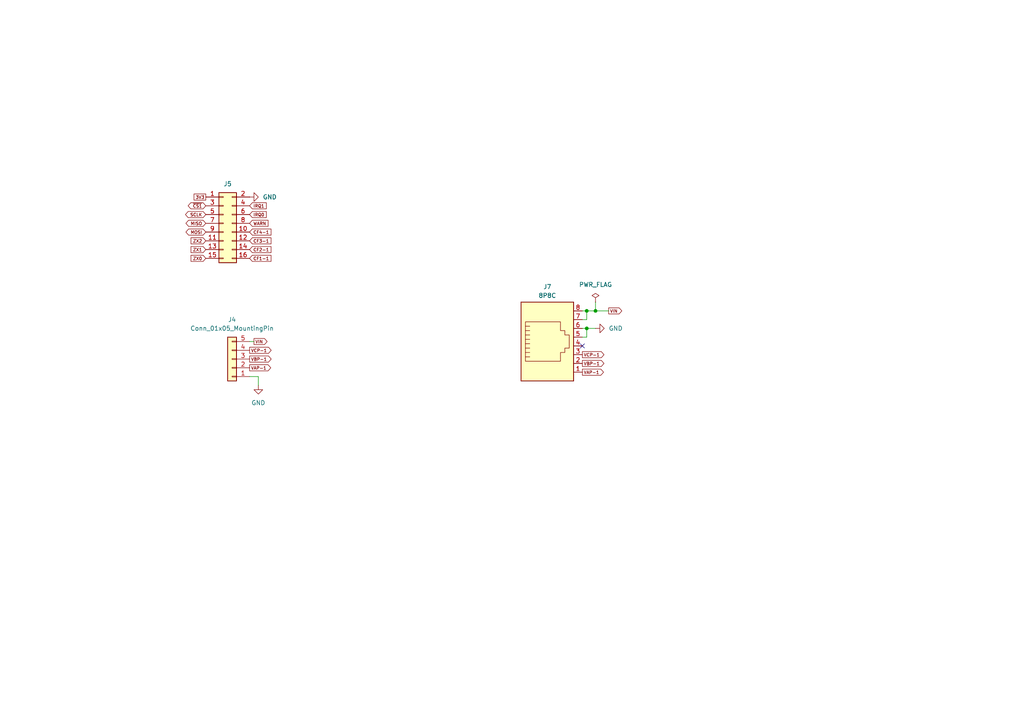
<source format=kicad_sch>
(kicad_sch (version 20231120) (generator "eeschema") (generator_version "8.0")
  (paper "A4")
  (lib_symbols
    (symbol "Connector:8P8C" (pin_names (offset 1.016))
      (property "Reference" "J" (at -5.08 13.97 0))
      (property "Value" "8P8C" (at 2.54 13.97 0))
      (symbol "8P8C_0_1"
        (polyline (pts (xy -5.08 4.445) (xy -6.35 4.445)))
        (polyline (pts (xy -5.08 5.715) (xy -6.35 5.715)))
        (polyline (pts (xy -6.35 -3.175) (xy -5.08 -3.175) (xy -5.08 -3.175)))
        (polyline (pts (xy -6.35 -1.905) (xy -5.08 -1.905) (xy -5.08 -1.905)))
        (polyline (pts (xy -6.35 -0.635) (xy -5.08 -0.635) (xy -5.08 -0.635)))
        (polyline (pts (xy -6.35 0.635) (xy -5.08 0.635) (xy -5.08 0.635)))
        (polyline (pts (xy -6.35 1.905) (xy -5.08 1.905) (xy -5.08 1.905)))
        (polyline (pts (xy -5.08 3.175) (xy -6.35 3.175) (xy -6.35 3.175)))
        (polyline (pts (xy -6.35 -4.445) (xy -6.35 6.985) (xy 3.81 6.985) (xy 3.81 4.445) (xy 5.08 4.445) (xy 5.08 3.175) (xy 6.35 3.175) (xy 6.35 -0.635) (xy 5.08 -0.635) (xy 5.08 -1.905) (xy 3.81 -1.905) (xy 3.81 -4.445) (xy -6.35 -4.445) (xy -6.35 -4.445)))
        (rectangle (start 7.62 12.7) (end -7.62 -10.16) (stroke (width 0.254)) (fill (type background)))
      )
      (symbol "8P8C_1_1"
        (pin passive line (at 10.16 -7.62 180) (length 2.54) (name "~") (number "1"))
        (pin passive line (at 10.16 -5.08 180) (length 2.54) (name "~") (number "2"))
        (pin passive line (at 10.16 -2.54 180) (length 2.54) (name "~") (number "3"))
        (pin passive line (at 10.16 0 180) (length 2.54) (name "~") (number "4"))
        (pin passive line (at 10.16 2.54 180) (length 2.54) (name "~") (number "5"))
        (pin passive line (at 10.16 5.08 180) (length 2.54) (name "~") (number "6"))
        (pin passive line (at 10.16 7.62 180) (length 2.54) (name "~") (number "7"))
        (pin passive line (at 10.16 10.16 180) (length 2.54) (name "~") (number "8"))
      )
    )
    (symbol "Connector_Generic:Conn_01x05" (pin_names (offset 1.016) hide)
      (property "Reference" "J" (at 0 7.62 0))
      (property "Value" "Conn_01x05" (at 0 -7.62 0))
      (symbol "Conn_01x05_1_1"
        (rectangle (start -1.27 -4.953) (end 0 -5.207) (stroke (width 0.1524)))
        (rectangle (start -1.27 -2.413) (end 0 -2.667) (stroke (width 0.1524)))
        (rectangle (start -1.27 0.127) (end 0 -0.127) (stroke (width 0.1524)))
        (rectangle (start -1.27 2.667) (end 0 2.413) (stroke (width 0.1524)))
        (rectangle (start -1.27 5.207) (end 0 4.953) (stroke (width 0.1524)))
        (rectangle (start -1.27 6.35) (end 1.27 -6.35) (stroke (width 0.254)) (fill (type background)))
        (pin passive line (at -5.08 5.08 0) (length 3.81) (name "Pin_1") (number "1"))
        (pin passive line (at -5.08 2.54 0) (length 3.81) (name "Pin_2") (number "2"))
        (pin passive line (at -5.08 0 0) (length 3.81) (name "Pin_3") (number "3"))
        (pin passive line (at -5.08 -2.54 0) (length 3.81) (name "Pin_4") (number "4"))
        (pin passive line (at -5.08 -5.08 0) (length 3.81) (name "Pin_5") (number "5"))
      )
    )
    (symbol "Connector_Generic:Conn_02x08_Odd_Even" (pin_names (offset 1.016) hide)
      (property "Reference" "J" (at 1.27 10.16 0))
      (property "Value" "Conn_02x08_Odd_Even" (at 1.27 -12.7 0))
      (symbol "Conn_02x08_Odd_Even_1_1"
        (rectangle (start -1.27 -10.033) (end 0 -10.287) (stroke (width 0.1524)))
        (rectangle (start -1.27 -7.493) (end 0 -7.747) (stroke (width 0.1524)))
        (rectangle (start -1.27 -4.953) (end 0 -5.207) (stroke (width 0.1524)))
        (rectangle (start -1.27 -2.413) (end 0 -2.667) (stroke (width 0.1524)))
        (rectangle (start -1.27 0.127) (end 0 -0.127) (stroke (width 0.1524)))
        (rectangle (start -1.27 2.667) (end 0 2.413) (stroke (width 0.1524)))
        (rectangle (start -1.27 5.207) (end 0 4.953) (stroke (width 0.1524)))
        (rectangle (start -1.27 7.747) (end 0 7.493) (stroke (width 0.1524)))
        (rectangle (start -1.27 8.89) (end 3.81 -11.43) (stroke (width 0.254)) (fill (type background)))
        (rectangle (start 3.81 -10.033) (end 2.54 -10.287) (stroke (width 0.1524)))
        (rectangle (start 3.81 -7.493) (end 2.54 -7.747) (stroke (width 0.1524)))
        (rectangle (start 3.81 -4.953) (end 2.54 -5.207) (stroke (width 0.1524)))
        (rectangle (start 3.81 -2.413) (end 2.54 -2.667) (stroke (width 0.1524)))
        (rectangle (start 3.81 0.127) (end 2.54 -0.127) (stroke (width 0.1524)))
        (rectangle (start 3.81 2.667) (end 2.54 2.413) (stroke (width 0.1524)))
        (rectangle (start 3.81 5.207) (end 2.54 4.953) (stroke (width 0.1524)))
        (rectangle (start 3.81 7.747) (end 2.54 7.493) (stroke (width 0.1524)))
        (pin passive line (at -5.08 7.62 0) (length 3.81) (name "Pin_1") (number "1"))
        (pin passive line (at 7.62 -2.54 180) (length 3.81) (name "Pin_10") (number "10"))
        (pin passive line (at -5.08 -5.08 0) (length 3.81) (name "Pin_11") (number "11"))
        (pin passive line (at 7.62 -5.08 180) (length 3.81) (name "Pin_12") (number "12"))
        (pin passive line (at -5.08 -7.62 0) (length 3.81) (name "Pin_13") (number "13"))
        (pin passive line (at 7.62 -7.62 180) (length 3.81) (name "Pin_14") (number "14"))
        (pin passive line (at -5.08 -10.16 0) (length 3.81) (name "Pin_15") (number "15"))
        (pin passive line (at 7.62 -10.16 180) (length 3.81) (name "Pin_16") (number "16"))
        (pin passive line (at 7.62 7.62 180) (length 3.81) (name "Pin_2") (number "2"))
        (pin passive line (at -5.08 5.08 0) (length 3.81) (name "Pin_3") (number "3"))
        (pin passive line (at 7.62 5.08 180) (length 3.81) (name "Pin_4") (number "4"))
        (pin passive line (at -5.08 2.54 0) (length 3.81) (name "Pin_5") (number "5"))
        (pin passive line (at 7.62 2.54 180) (length 3.81) (name "Pin_6") (number "6"))
        (pin passive line (at -5.08 0 0) (length 3.81) (name "Pin_7") (number "7"))
        (pin passive line (at 7.62 0 180) (length 3.81) (name "Pin_8") (number "8"))
        (pin passive line (at -5.08 -2.54 0) (length 3.81) (name "Pin_9") (number "9"))
      )
    )
    (symbol "PWR_FLAG_1" (power) (pin_numbers hide) (pin_names (offset 0) hide)
      (property "Value" "PWR_FLAG" (at 0 3.81 0))
      (symbol "PWR_FLAG_1_0_0"
        (pin power_out line (at 0 0 90) (length 0) (name "~") (number "1"))
      )
      (symbol "PWR_FLAG_1_0_1"
        (polyline (pts (xy 0 0) (xy 0 1.27) (xy -1.016 1.905) (xy 0 2.54) (xy 1.016 1.905) (xy 0 1.27)))
      )
    )
    (symbol "power:GND" (power) (pin_numbers hide) (pin_names (offset 0) hide)
      (property "Value" "GND" (at 0 -3.81 0))
      (symbol "GND_0_1"
        (polyline (pts (xy 0 0) (xy 0 -1.27) (xy 1.27 -1.27) (xy 0 -2.54) (xy -1.27 -1.27) (xy 0 -1.27)))
      )
      (symbol "GND_1_1"
        (pin power_in line (at 0 0 270) (length 0) (name "~") (number "1"))
      )
    )
  )
  (junction (at 170.18 90.17))
  (junction (at 172.72 90.17))
  (junction (at 170.18 95.25))
  (no_connect (at 168.91 100.33))
  (wire (pts (xy 170.18 95.25) (xy 172.72 95.25)))
  (wire (pts (xy 172.72 87.63) (xy 172.72 90.17)))
  (wire (pts (xy 172.72 90.17) (xy 176.53 90.17)))
  (wire (pts (xy 168.91 95.25) (xy 170.18 95.25)))
  (wire (pts (xy 170.18 92.71) (xy 170.18 90.17)))
  (wire (pts (xy 168.91 90.17) (xy 170.18 90.17)))
  (wire (pts (xy 168.91 92.71) (xy 170.18 92.71)))
  (wire (pts (xy 74.93 109.22) (xy 74.93 111.76)))
  (wire (pts (xy 72.39 99.06) (xy 73.66 99.06)))
  (wire (pts (xy 72.39 109.22) (xy 74.93 109.22)))
  (wire (pts (xy 170.18 97.79) (xy 170.18 95.25)))
  (wire (pts (xy 168.91 97.79) (xy 170.18 97.79)))
  (wire (pts (xy 170.18 90.17) (xy 172.72 90.17)))
  (global_label "ZX2" (shape input) (at 59.69 69.85 180) (effects (font (size 0.9 0.9))) (property "Intersheetrefs" "${INTERSHEET_REFS}" (effects (hide yes))))
  (global_label "CF3-1" (shape input) (at 72.39 69.85 0) (effects (font (size 0.9 0.9))) (property "Intersheetrefs" "${INTERSHEET_REFS}" (effects (hide yes))))
  (global_label "IRQ1" (shape input) (at 72.39 59.69 0) (effects (font (size 0.9 0.9))) (property "Intersheetrefs" "${INTERSHEET_REFS}" (effects (hide yes))))
  (global_label "3V3" (shape passive) (at 59.69 57.15 180) (effects (font (size 0.9 0.9))) (property "Intersheetrefs" "${INTERSHEET_REFS}" (effects (hide yes))))
  (global_label "~{CS1}" (shape bidirectional) (at 59.69 59.69 180) (effects (font (size 0.9 0.9))) (property "Intersheetrefs" "${INTERSHEET_REFS}" (effects (hide yes))))
  (global_label "VCP-1" (shape output) (at 168.91 102.87 0) (effects (font (size 0.9 0.9))) (property "Intersheetrefs" "${INTERSHEET_REFS}" (effects (hide yes))))
  (global_label "ZX1" (shape input) (at 59.69 72.39 180) (effects (font (size 0.9 0.9))) (property "Intersheetrefs" "${INTERSHEET_REFS}" (effects (hide yes))))
  (global_label "VCP-1" (shape output) (at 72.39 101.6 0) (effects (font (size 0.9 0.9))) (property "Intersheetrefs" "${INTERSHEET_REFS}" (effects (hide yes))))
  (global_label "VBP-1" (shape output) (at 168.91 105.41 0) (effects (font (size 0.9 0.9))) (property "Intersheetrefs" "${INTERSHEET_REFS}" (effects (hide yes))))
  (global_label "SCLK" (shape bidirectional) (at 59.69 62.23 180) (effects (font (size 0.9 0.9))) (property "Intersheetrefs" "${INTERSHEET_REFS}" (effects (hide yes))))
  (global_label "MOSI" (shape bidirectional) (at 59.69 67.31 180) (effects (font (size 0.9 0.9))) (property "Intersheetrefs" "${INTERSHEET_REFS}" (effects (hide yes))))
  (global_label "CF1-1" (shape input) (at 72.39 74.93 0) (effects (font (size 0.9 0.9))) (property "Intersheetrefs" "${INTERSHEET_REFS}" (effects (hide yes))))
  (global_label "VBP-1" (shape output) (at 72.39 104.14 0) (effects (font (size 0.9 0.9))) (property "Intersheetrefs" "${INTERSHEET_REFS}" (effects (hide yes))))
  (global_label "VAP-1" (shape output) (at 72.39 106.68 0) (effects (font (size 0.9 0.9))) (property "Intersheetrefs" "${INTERSHEET_REFS}" (effects (hide yes))))
  (global_label "WARN" (shape input) (at 72.39 64.77 0) (effects (font (size 0.9 0.9))) (property "Intersheetrefs" "${INTERSHEET_REFS}" (effects (hide yes))))
  (global_label "ZX0" (shape input) (at 59.69 74.93 180) (effects (font (size 0.9 0.9))) (property "Intersheetrefs" "${INTERSHEET_REFS}" (effects (hide yes))))
  (global_label "CF2-1" (shape input) (at 72.39 72.39 0) (effects (font (size 0.9 0.9))) (property "Intersheetrefs" "${INTERSHEET_REFS}" (effects (hide yes))))
  (global_label "IRQ0" (shape input) (at 72.39 62.23 0) (effects (font (size 0.9 0.9))) (property "Intersheetrefs" "${INTERSHEET_REFS}" (effects (hide yes))))
  (global_label "VIN" (shape output) (at 73.66 99.06 0) (effects (font (size 0.889 0.889))) (property "Intersheetrefs" "${INTERSHEET_REFS}" (effects (hide yes))))
  (global_label "VIN" (shape output) (at 176.53 90.17 0) (effects (font (size 0.889 0.889))) (property "Intersheetrefs" "${INTERSHEET_REFS}" (effects (hide yes))))
  (global_label "MISO" (shape bidirectional) (at 59.69 64.77 180) (effects (font (size 0.9 0.9))) (property "Intersheetrefs" "${INTERSHEET_REFS}" (effects (hide yes))))
  (global_label "VAP-1" (shape output) (at 168.91 107.95 0) (effects (font (size 0.9 0.9))) (property "Intersheetrefs" "${INTERSHEET_REFS}" (effects (hide yes))))
  (global_label "CF4-1" (shape input) (at 72.39 67.31 0) (effects (font (size 0.9 0.9))) (property "Intersheetrefs" "${INTERSHEET_REFS}" (effects (hide yes))))
  (symbol (lib_id "Connector_Generic:Conn_01x05") (at 67.31 104.14 180) (unit 1)
    (property "Reference" "J4" (at 67.31 92.71 0))
    (property "Value" "Conn_01x05_MountingPin" (at 67.31 95.25 0))
    (property "Footprint" "Connector_PinHeader_2.54mm:PinHeader_1x05_P2.54mm_Vertical" (effects (hide yes)))
    (property "Description" "Generic connector, single row, 01x05, script generated (kicad-library-utils/schlib/autogen/connector/)" (effects (hide yes)))
  )
  (symbol (lib_id "power:GND") (at 72.39 57.15 90) (unit 1)
    (property "Reference" "#PWR012" (effects (hide yes)))
    (property "Value" "GND" (at 76.2 57.15 90) (effects (justify right)))
    (property "Description" "Power symbol creates a global label with name \"GND\" , ground" (effects (hide yes)))
  )
  (symbol (lib_id "power:GND") (at 74.93 111.76 0) (unit 1)
    (property "Reference" "#PWR013" (effects (hide yes)))
    (property "Value" "GND" (at 74.93 116.84 0))
    (property "Description" "Power symbol creates a global label with name \"GND\" , ground" (effects (hide yes)))
  )
  (symbol (lib_id "power:GND") (at 172.72 95.25 90) (unit 1)
    (property "Reference" "#PWR014" (effects (hide yes)))
    (property "Value" "GND" (at 176.53 95.25 90) (effects (justify right)))
    (property "Description" "Power symbol creates a global label with name \"GND\" , ground" (effects (hide yes)))
  )
  (symbol (lib_id "Connector_Generic:Conn_02x08_Odd_Even") (at 64.77 64.77 0) (unit 1)
    (property "Reference" "J5" (at 66.04 53.34 0))
    (property "Footprint" "Connector_PinHeader_2.54mm:PinHeader_2x08_P2.54mm_Vertical_SMD" (effects (hide yes)))
    (property "Description" "Generic connector, double row, 02x08, odd/even pin numbering scheme (row 1 odd numbers, row 2 even numbers), script generated (kicad-library-utils/schlib/autogen/connector/)" (effects (hide yes)))
  )
  (symbol (lib_id "Connector:8P8C") (at 158.75 100.33 0) (unit 1)
    (property "Reference" "J7" (at 158.75 83.185 0))
    (property "Value" "8P8C" (at 158.75 85.725 0))
    (property "Footprint" "Enerwize:MTJ881X1" (effects (hide yes)))
    (property "Manufacturer_Part_Number" "MTJ-881X1" (effects (hide yes)))
    (property "LCSC#" "C6917143" (effects (hide yes)))
  )
  (symbol (lib_name "PWR_FLAG_1") (lib_id "power:PWR_FLAG") (at 172.72 87.63 0) (unit 1)
    (property "Reference" "#FLG02" (effects (hide yes)))
    (property "Value" "PWR_FLAG" (at 172.72 82.55 0))
    (property "Description" "Special symbol for telling ERC where power comes from" (effects (hide yes)))
  )
)
</source>
